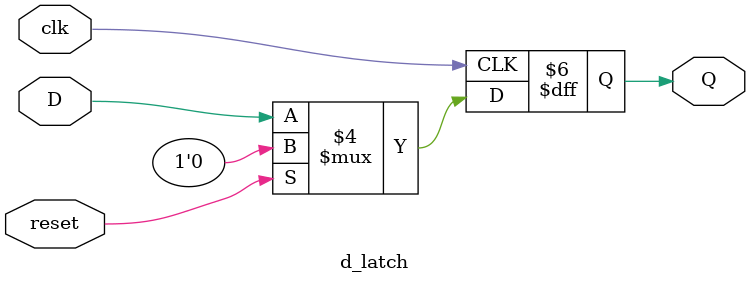
<source format=v>
`timescale 1ns / 1ps


module d_latch(
    input D,
    input clk,
    input reset,
    output reg Q
    );
    
    initial begin Q = 0; end
    
    always @ (posedge clk) begin
        if(reset)
            Q <= 0;
        else
            Q <= D;
    end   
endmodule

</source>
